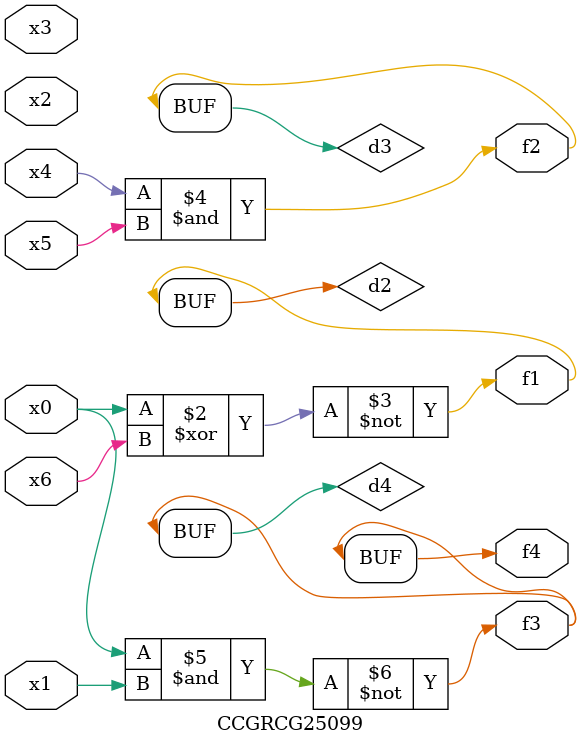
<source format=v>
module CCGRCG25099(
	input x0, x1, x2, x3, x4, x5, x6,
	output f1, f2, f3, f4
);

	wire d1, d2, d3, d4;

	nor (d1, x0);
	xnor (d2, x0, x6);
	and (d3, x4, x5);
	nand (d4, x0, x1);
	assign f1 = d2;
	assign f2 = d3;
	assign f3 = d4;
	assign f4 = d4;
endmodule

</source>
